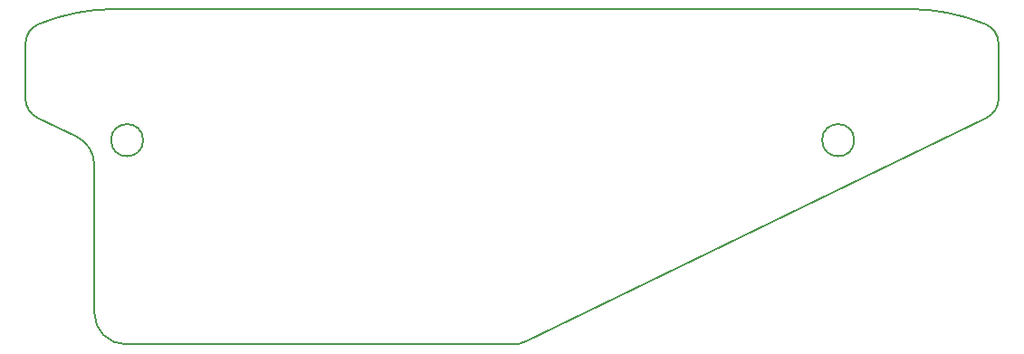
<source format=gbr>
%TF.GenerationSoftware,KiCad,Pcbnew,7.0.8*%
%TF.CreationDate,2023-10-19T17:32:50+02:00*%
%TF.ProjectId,16_Channel_LED_Strip,31365f43-6861-46e6-9e65-6c5f4c45445f,rev?*%
%TF.SameCoordinates,Original*%
%TF.FileFunction,Profile,NP*%
%FSLAX46Y46*%
G04 Gerber Fmt 4.6, Leading zero omitted, Abs format (unit mm)*
G04 Created by KiCad (PCBNEW 7.0.8) date 2023-10-19 17:32:50*
%MOMM*%
%LPD*%
G01*
G04 APERTURE LIST*
%TA.AperFunction,Profile*%
%ADD10C,0.200000*%
%TD*%
G04 APERTURE END LIST*
D10*
X101676825Y-118464920D02*
X137750000Y-118464920D01*
X183250062Y-90350000D02*
G75*
G03*
X182007966Y-88499193I-1999962J0D01*
G01*
X182007962Y-88499202D02*
G75*
G03*
X174853394Y-87090936I-7154562J-17469898D01*
G01*
X93492034Y-88499193D02*
G75*
G03*
X92250000Y-90350000I757966J-1850807D01*
G01*
X103250000Y-99358988D02*
G75*
G03*
X103250000Y-99358988I-1500000J0D01*
G01*
X92250000Y-90350000D02*
X92250000Y-95463185D01*
X98676847Y-101626070D02*
G75*
G03*
X97065460Y-99052837I-2860347J-30D01*
G01*
X169750000Y-99358988D02*
G75*
G03*
X169750000Y-99358988I-1500000J0D01*
G01*
X137750000Y-118464918D02*
G75*
G03*
X139059945Y-118163817I0J3000018D01*
G01*
X98676780Y-115464920D02*
G75*
G03*
X101676825Y-118464920I3000020J20D01*
G01*
X92250014Y-95463185D02*
G75*
G03*
X93376703Y-97262449I1999986J-15D01*
G01*
X93376703Y-97262449D02*
X97065460Y-99052836D01*
X98676825Y-101626070D02*
X98676825Y-115464920D01*
X100646606Y-87090940D02*
G75*
G03*
X93492034Y-88499192I-6J-18878360D01*
G01*
X174853394Y-87090936D02*
X100646606Y-87090936D01*
X139059945Y-118163817D02*
X182123297Y-97262449D01*
X182123288Y-97262431D02*
G75*
G03*
X183250000Y-95463185I-873388J1799331D01*
G01*
X183250000Y-95463185D02*
X183250000Y-90350000D01*
M02*

</source>
